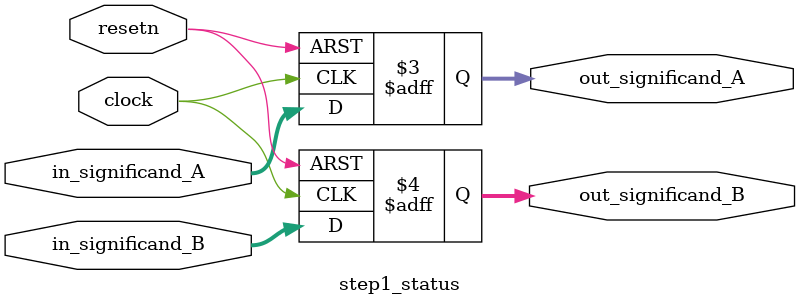
<source format=v>
`timescale 1ns / 1ps
module step1_status(clock, resetn, in_significand_A, in_significand_B, out_significand_A, out_significand_B);
	input clock, resetn;
	
	input  [10:0] in_significand_A, in_significand_B;
	
	output reg [10:0] out_significand_A, out_significand_B;
	
	always@(posedge clock, negedge resetn) begin
		if(!resetn) begin
			out_significand_A <= 0;
			out_significand_B <= 0;
		end
		else begin	
			out_significand_A <= in_significand_A;
			out_significand_B <= in_significand_B;
		end
	end	

endmodule 
</source>
